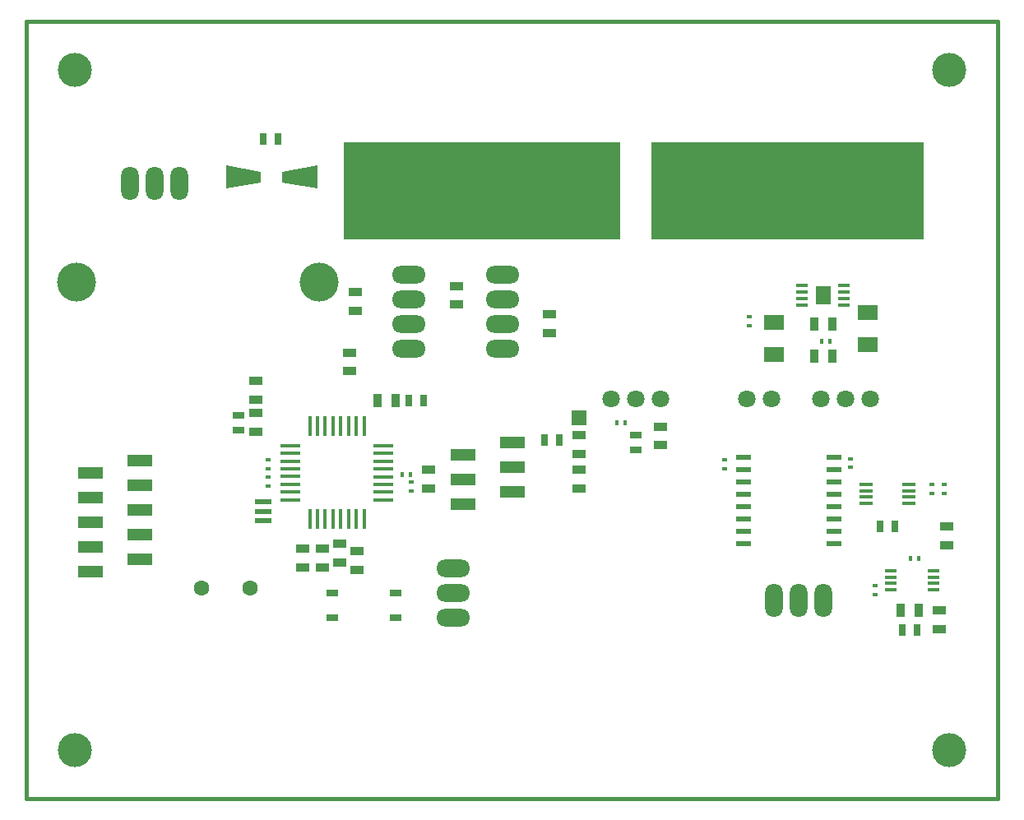
<source format=gts>
G04 #@! TF.FileFunction,Soldermask,Top*
%FSLAX46Y46*%
G04 Gerber Fmt 4.6, Leading zero omitted, Abs format (unit mm)*
G04 Created by KiCad (PCBNEW (2014-11-19 BZR 5293)-product) date Mo 24 Nov 2014 23:54:54 CET*
%MOMM*%
G01*
G04 APERTURE LIST*
%ADD10C,0.100000*%
%ADD11C,0.381000*%
%ADD12O,1.800860X3.500120*%
%ADD13O,3.500120X1.800860*%
%ADD14R,0.599440X0.398780*%
%ADD15R,0.398780X0.599440*%
%ADD16R,0.635000X1.143000*%
%ADD17R,2.032000X1.524000*%
%ADD18R,1.998980X0.449580*%
%ADD19R,0.449580X1.998980*%
%ADD20R,1.450000X0.450000*%
%ADD21R,2.540000X1.270000*%
%ADD22R,1.397000X0.889000*%
%ADD23R,0.889000X1.397000*%
%ADD24C,1.600200*%
%ADD25R,1.300480X0.800100*%
%ADD26R,1.500000X0.600000*%
%ADD27R,1.270000X0.381000*%
%ADD28R,1.570000X1.890000*%
%ADD29R,1.270000X0.406400*%
%ADD30R,1.500000X1.500000*%
%ADD31C,1.800000*%
%ADD32R,7.000000X10.000000*%
%ADD33R,1.143000X0.635000*%
%ADD34R,1.800000X0.600000*%
%ADD35C,4.000000*%
%ADD36R,11.000000X10.000000*%
%ADD37C,3.500120*%
G04 APERTURE END LIST*
D10*
D11*
X62484000Y-109855000D02*
X62484000Y-29855160D01*
X62484000Y-29855160D02*
X162483800Y-29855160D01*
X162483800Y-29855160D02*
X162483800Y-109855000D01*
X162483800Y-109855000D02*
X62484000Y-109855000D01*
D12*
X73152000Y-46482000D03*
X75692000Y-46482000D03*
X78232000Y-46482000D03*
X144526000Y-89408000D03*
X141986000Y-89408000D03*
X139446000Y-89408000D03*
D13*
X106426000Y-91186000D03*
X106426000Y-88646000D03*
X106426000Y-86106000D03*
X111506000Y-63500000D03*
X111506000Y-60960000D03*
X111506000Y-58420000D03*
X111506000Y-55880000D03*
X101854000Y-63500000D03*
X101854000Y-60960000D03*
X101854000Y-58420000D03*
X101854000Y-55880000D03*
D14*
X102108000Y-78173580D03*
X102108000Y-77274420D03*
X87376000Y-75887580D03*
X87376000Y-74988420D03*
X87376000Y-77665580D03*
X87376000Y-76766420D03*
D15*
X101150420Y-76454000D03*
X102049580Y-76454000D03*
D16*
X88392000Y-41910000D03*
X86868000Y-41910000D03*
D15*
X123248420Y-71120000D03*
X124147580Y-71120000D03*
D14*
X134366000Y-74988420D03*
X134366000Y-75887580D03*
X147320000Y-74861420D03*
X147320000Y-75760580D03*
D16*
X151892000Y-81788000D03*
X150368000Y-81788000D03*
D14*
X155702000Y-78427580D03*
X155702000Y-77528420D03*
X156972000Y-78427580D03*
X156972000Y-77528420D03*
D17*
X139446000Y-60833000D03*
X139446000Y-64135000D03*
D14*
X136906000Y-60256420D03*
X136906000Y-61155580D03*
D15*
X145229580Y-62738000D03*
X144330420Y-62738000D03*
D16*
X152654000Y-92456000D03*
X154178000Y-92456000D03*
D17*
X149098000Y-59817000D03*
X149098000Y-63119000D03*
D14*
X149860000Y-87942420D03*
X149860000Y-88841580D03*
D15*
X153474420Y-85090000D03*
X154373580Y-85090000D03*
D16*
X101854000Y-68834000D03*
X103378000Y-68834000D03*
D18*
X89672160Y-79103220D03*
X89672160Y-78303120D03*
X89672160Y-77503020D03*
X89672160Y-76702920D03*
X89672160Y-75902820D03*
X89672160Y-75102720D03*
X89672160Y-74302620D03*
X89672160Y-73502520D03*
X99237800Y-73507600D03*
X99237800Y-79121000D03*
X99237800Y-78308200D03*
X99237800Y-77495400D03*
X99237800Y-76708000D03*
X99237800Y-75895200D03*
X99237800Y-75107800D03*
X99237800Y-74295000D03*
D19*
X91663520Y-71501000D03*
X92461080Y-71501000D03*
X93263720Y-71501000D03*
X94061280Y-71501000D03*
X94863920Y-71501000D03*
X95661480Y-71501000D03*
X96464120Y-71501000D03*
X97261680Y-71501000D03*
X91668600Y-81102200D03*
X92456000Y-81102200D03*
X93268800Y-81102200D03*
X94056200Y-81102200D03*
X94843600Y-81102200D03*
X95656400Y-81102200D03*
X96469200Y-81102200D03*
X97282000Y-81102200D03*
D20*
X153330000Y-79461000D03*
X153330000Y-78811000D03*
X153330000Y-78161000D03*
X153330000Y-77511000D03*
X148930000Y-77511000D03*
X148930000Y-78161000D03*
X148930000Y-78811000D03*
X148930000Y-79461000D03*
D21*
X107442000Y-79502000D03*
X112522000Y-78232000D03*
X107442000Y-76962000D03*
X112522000Y-75692000D03*
X107442000Y-74422000D03*
X112522000Y-73152000D03*
D22*
X103886000Y-77914500D03*
X103886000Y-76009500D03*
X94742000Y-85534500D03*
X94742000Y-83629500D03*
X92964000Y-84137500D03*
X92964000Y-86042500D03*
X96520000Y-86296500D03*
X96520000Y-84391500D03*
X90932000Y-86042500D03*
X90932000Y-84137500D03*
D23*
X100520500Y-68834000D03*
X98615500Y-68834000D03*
D22*
X86106000Y-66865500D03*
X86106000Y-68770500D03*
X86106000Y-70167500D03*
X86106000Y-72072500D03*
X119380000Y-72453500D03*
X119380000Y-74358500D03*
X119380000Y-76009500D03*
X119380000Y-77914500D03*
X157226000Y-83756500D03*
X157226000Y-81851500D03*
X156464000Y-90487500D03*
X156464000Y-92392500D03*
D23*
X145478500Y-60960000D03*
X143573500Y-60960000D03*
X143573500Y-64262000D03*
X145478500Y-64262000D03*
X152463500Y-90424000D03*
X154368500Y-90424000D03*
D24*
X85558000Y-88138000D03*
X80558000Y-88138000D03*
D25*
X94030800Y-91186000D03*
X94030800Y-88646000D03*
X100533200Y-88646000D03*
X100533200Y-91186000D03*
D26*
X136320000Y-74676000D03*
X136320000Y-75946000D03*
X136320000Y-77216000D03*
X136320000Y-78486000D03*
X136320000Y-79756000D03*
X136320000Y-81026000D03*
X136320000Y-82296000D03*
X136320000Y-83566000D03*
X145620000Y-83566000D03*
X145620000Y-82296000D03*
X145620000Y-81026000D03*
X145620000Y-79756000D03*
X145620000Y-78486000D03*
X145620000Y-77216000D03*
X145620000Y-75946000D03*
X145620000Y-74676000D03*
D27*
X146685000Y-59014360D03*
X146685000Y-58364120D03*
X146685000Y-57713880D03*
X146685000Y-57063640D03*
X142367000Y-57063640D03*
X142367000Y-57713880D03*
X142367000Y-58364120D03*
X142367000Y-59014360D03*
D28*
X144526000Y-58039000D03*
D29*
X155892500Y-88353900D03*
X155892500Y-87706200D03*
X155892500Y-87045800D03*
X155892500Y-86398100D03*
X151447500Y-86398100D03*
X151447500Y-87045800D03*
X151447500Y-87706200D03*
X151447500Y-88353900D03*
D10*
G36*
X83055460Y-46996350D02*
X83055460Y-44697650D01*
X86657180Y-45297090D01*
X86657180Y-46396910D01*
X83055460Y-46996350D01*
X83055460Y-46996350D01*
G37*
G36*
X92458540Y-44697650D02*
X92458540Y-46996350D01*
X88856820Y-46396910D01*
X88856820Y-45297090D01*
X92458540Y-44697650D01*
X92458540Y-44697650D01*
G37*
D30*
X119380000Y-70612000D03*
D21*
X69088000Y-76327000D03*
X74168000Y-77597000D03*
X69088000Y-78867000D03*
X74168000Y-80137000D03*
X69088000Y-81407000D03*
X74168000Y-82677000D03*
X69088000Y-83947000D03*
X74168000Y-85217000D03*
X69088000Y-86487000D03*
X74168000Y-75057000D03*
D31*
X122682000Y-68707000D03*
X125222000Y-68707000D03*
X127762000Y-68707000D03*
D32*
X120142000Y-47244000D03*
X130302000Y-47244000D03*
D31*
X136652000Y-68707000D03*
X139192000Y-68707000D03*
X144272000Y-68707000D03*
X146812000Y-68707000D03*
X149352000Y-68707000D03*
D33*
X125222000Y-73914000D03*
X125222000Y-72390000D03*
D22*
X127762000Y-73469500D03*
X127762000Y-71564500D03*
D34*
X86868000Y-81214000D03*
X86868000Y-80264000D03*
X86868000Y-79314000D03*
D33*
X84328000Y-70358000D03*
X84328000Y-71882000D03*
D16*
X117348000Y-72898000D03*
X115824000Y-72898000D03*
D22*
X106807000Y-57086500D03*
X106807000Y-58991500D03*
X116332000Y-60007500D03*
X116332000Y-61912500D03*
X95758000Y-63944500D03*
X95758000Y-65849500D03*
X96393000Y-57721500D03*
X96393000Y-59626500D03*
D35*
X67637660Y-56642000D03*
X92636340Y-56642000D03*
D36*
X138557000Y-47244000D03*
X149352000Y-47244000D03*
X100711000Y-47244000D03*
X111506000Y-47244000D03*
D37*
X67485260Y-104853740D03*
X67485260Y-34853880D03*
X157485080Y-34853880D03*
X157485080Y-104853740D03*
M02*

</source>
